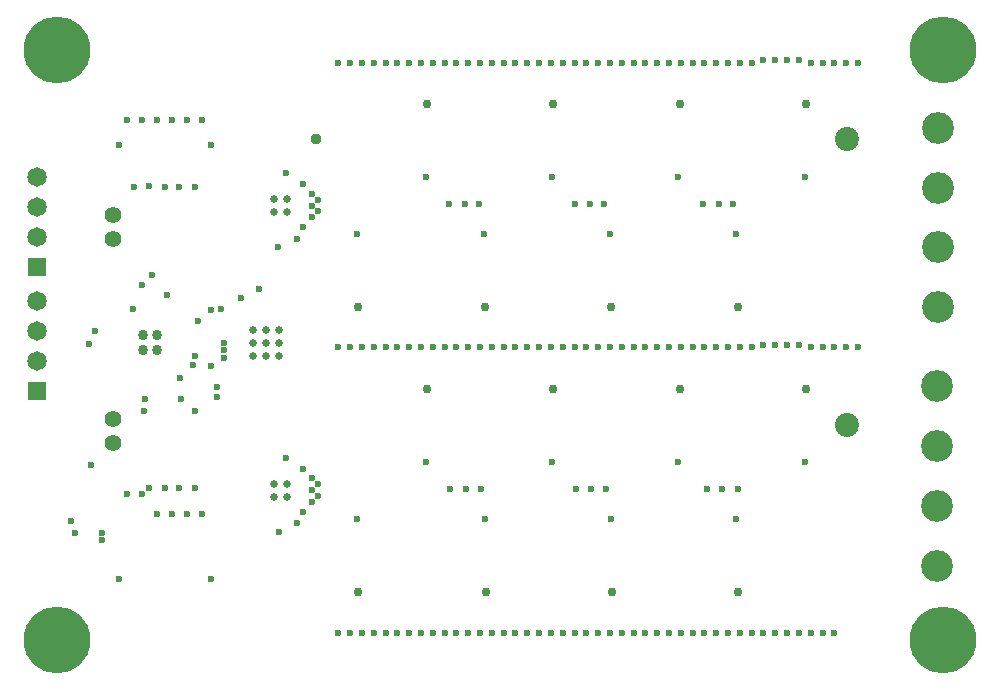
<source format=gbs>
G04*
G04 #@! TF.GenerationSoftware,Altium Limited,Altium Designer,20.0.9 (164)*
G04*
G04 Layer_Color=16711935*
%FSLAX25Y25*%
%MOIN*%
G70*
G01*
G75*
%ADD50C,0.05591*%
%ADD51C,0.10591*%
%ADD52C,0.06496*%
%ADD53R,0.06496X0.06496*%
%ADD54C,0.07991*%
%ADD55C,0.02362*%
%ADD56C,0.22244*%
%ADD57C,0.03740*%
%ADD58C,0.02953*%
%ADD59C,0.02559*%
%ADD60C,0.03398*%
D50*
X368898Y413386D02*
D03*
Y421260D02*
D03*
Y353150D02*
D03*
Y345276D02*
D03*
D51*
X643701Y364094D02*
D03*
Y344094D02*
D03*
Y324410D02*
D03*
Y304410D02*
D03*
X644095Y450315D02*
D03*
Y430315D02*
D03*
Y410630D02*
D03*
Y390630D02*
D03*
D52*
X343701Y433937D02*
D03*
Y423937D02*
D03*
Y413937D02*
D03*
Y392598D02*
D03*
Y382598D02*
D03*
Y372598D02*
D03*
D53*
Y403937D02*
D03*
Y362598D02*
D03*
D54*
X613779Y351181D02*
D03*
Y446457D02*
D03*
D55*
X570866Y424803D02*
D03*
X565748D02*
D03*
X575591D02*
D03*
X486221D02*
D03*
X481102D02*
D03*
X490945D02*
D03*
X532677D02*
D03*
X479528Y281890D02*
D03*
X483465D02*
D03*
X475591D02*
D03*
X471654D02*
D03*
X487402D02*
D03*
X491339D02*
D03*
X499213D02*
D03*
X495276D02*
D03*
X463779D02*
D03*
X467717D02*
D03*
X459842D02*
D03*
X455905D02*
D03*
X444095D02*
D03*
X451968D02*
D03*
X448032D02*
D03*
X554331D02*
D03*
X550394D02*
D03*
X558268D02*
D03*
X546457D02*
D03*
X542520D02*
D03*
X534646D02*
D03*
X538583D02*
D03*
X507087D02*
D03*
X503150D02*
D03*
X511024D02*
D03*
X514961D02*
D03*
X530709D02*
D03*
X526772D02*
D03*
X518898D02*
D03*
X522835D02*
D03*
X609449D02*
D03*
X605512D02*
D03*
X601575D02*
D03*
X593701D02*
D03*
X597638D02*
D03*
X566142D02*
D03*
X562205D02*
D03*
X570079D02*
D03*
X574016D02*
D03*
X589764D02*
D03*
X585827D02*
D03*
X577953D02*
D03*
X581890D02*
D03*
X479528Y472047D02*
D03*
X483465D02*
D03*
X475591D02*
D03*
X471654D02*
D03*
X487402D02*
D03*
X491339D02*
D03*
X499213D02*
D03*
X495276D02*
D03*
X463779D02*
D03*
X467717D02*
D03*
X459842D02*
D03*
X455905D02*
D03*
X444095D02*
D03*
X451968D02*
D03*
X448032D02*
D03*
X554331D02*
D03*
X550394D02*
D03*
X558268D02*
D03*
X546457D02*
D03*
X542520D02*
D03*
X534646D02*
D03*
X538583D02*
D03*
X507087D02*
D03*
X503150D02*
D03*
X511024D02*
D03*
X514961D02*
D03*
X530709D02*
D03*
X526772D02*
D03*
X518898D02*
D03*
X522835D02*
D03*
X613386D02*
D03*
X609449D02*
D03*
X617323D02*
D03*
X605512D02*
D03*
X601575D02*
D03*
X593701Y472835D02*
D03*
X597638D02*
D03*
X566142Y472047D02*
D03*
X562205D02*
D03*
X570079D02*
D03*
X574016D02*
D03*
X589764Y472835D02*
D03*
X585827D02*
D03*
X577953Y472047D02*
D03*
X581890D02*
D03*
Y377165D02*
D03*
X577953D02*
D03*
X585827Y377953D02*
D03*
X589764D02*
D03*
X574016Y377165D02*
D03*
X570079D02*
D03*
X562205D02*
D03*
X566142D02*
D03*
X597638Y377953D02*
D03*
X593701D02*
D03*
X601575Y377165D02*
D03*
X605512D02*
D03*
X617323D02*
D03*
X609449D02*
D03*
X613386D02*
D03*
X522835D02*
D03*
X518898D02*
D03*
X526772D02*
D03*
X530709D02*
D03*
X514961D02*
D03*
X511024D02*
D03*
X503150D02*
D03*
X507087D02*
D03*
X538583D02*
D03*
X534646D02*
D03*
X542520D02*
D03*
X546457D02*
D03*
X558268D02*
D03*
X550394D02*
D03*
X554331D02*
D03*
X448032D02*
D03*
X451968D02*
D03*
X444095D02*
D03*
X455905D02*
D03*
X459842D02*
D03*
X467717D02*
D03*
X463779D02*
D03*
X495276D02*
D03*
X499213D02*
D03*
X491339D02*
D03*
X487402D02*
D03*
X471654D02*
D03*
X475591D02*
D03*
X483465D02*
D03*
X479528D02*
D03*
X522835Y424803D02*
D03*
X527953D02*
D03*
X491732Y329921D02*
D03*
X486614D02*
D03*
X481496D02*
D03*
X533465D02*
D03*
X528346D02*
D03*
X523228D02*
D03*
X566929D02*
D03*
X572047D02*
D03*
X577165D02*
D03*
X396457Y330315D02*
D03*
X391151Y330249D02*
D03*
X386221Y330315D02*
D03*
X381103Y330394D02*
D03*
X376032Y430691D02*
D03*
X381103Y430788D02*
D03*
X386221Y430709D02*
D03*
X391151Y430643D02*
D03*
X396457Y430709D02*
D03*
X379382Y356061D02*
D03*
X379528Y359842D02*
D03*
X391339Y366929D02*
D03*
X391732Y359842D02*
D03*
X396457Y355906D02*
D03*
X365354Y312992D02*
D03*
Y315354D02*
D03*
X395669Y371260D02*
D03*
X401575Y370866D02*
D03*
X405118Y389764D02*
D03*
X397244Y385827D02*
D03*
X375590Y389764D02*
D03*
X396457Y374410D02*
D03*
X387008Y394488D02*
D03*
X378510Y397801D02*
D03*
X381890Y401181D02*
D03*
X373721Y452795D02*
D03*
X378720D02*
D03*
X383720D02*
D03*
X388720D02*
D03*
X393721D02*
D03*
X398721D02*
D03*
X373622Y328327D02*
D03*
X378740D02*
D03*
X383720Y321654D02*
D03*
X388720D02*
D03*
X393721D02*
D03*
X398721Y321654D02*
D03*
X370866Y444488D02*
D03*
X401575D02*
D03*
Y300000D02*
D03*
X370866D02*
D03*
X361024Y378346D02*
D03*
X362992Y382677D02*
D03*
X361811Y337795D02*
D03*
X356299Y315354D02*
D03*
X355118Y319291D02*
D03*
X417717Y396457D02*
D03*
X401777Y389754D02*
D03*
X403543Y360630D02*
D03*
Y363779D02*
D03*
X405930Y376146D02*
D03*
X405905Y373622D02*
D03*
Y378740D02*
D03*
X411811Y393701D02*
D03*
X430315Y318504D02*
D03*
X424409Y315748D02*
D03*
X430315Y413386D02*
D03*
X424016Y410630D02*
D03*
X599606Y433858D02*
D03*
X426673Y435138D02*
D03*
X557480Y433858D02*
D03*
X432185Y431595D02*
D03*
X515354Y433858D02*
D03*
X435433Y428346D02*
D03*
X473228Y433858D02*
D03*
X437402Y426378D02*
D03*
X450394Y414961D02*
D03*
X435433Y424409D02*
D03*
X492520Y414961D02*
D03*
X437402Y422441D02*
D03*
X534646Y414961D02*
D03*
X435433Y420472D02*
D03*
X576772Y414961D02*
D03*
X432185Y417224D02*
D03*
X437402Y327559D02*
D03*
X426673Y340256D02*
D03*
X435433Y333465D02*
D03*
X432185Y336713D02*
D03*
Y322342D02*
D03*
X435433Y325591D02*
D03*
X437402Y331496D02*
D03*
X435433Y329528D02*
D03*
X450394Y320079D02*
D03*
X492913D02*
D03*
X535039Y320079D02*
D03*
X576772D02*
D03*
X599606Y338976D02*
D03*
X557480Y338976D02*
D03*
X515354Y338976D02*
D03*
X473228Y338976D02*
D03*
D56*
X645669Y279528D02*
D03*
X350394Y476378D02*
D03*
X645669D02*
D03*
X350394Y279528D02*
D03*
D57*
X436614Y446457D02*
D03*
D58*
X600000Y458268D02*
D03*
X557874Y458268D02*
D03*
X515748Y458268D02*
D03*
X473622Y458268D02*
D03*
X577165Y390551D02*
D03*
X535039D02*
D03*
X492913D02*
D03*
X450787Y390551D02*
D03*
X600000Y363386D02*
D03*
X557874Y363386D02*
D03*
X515748Y363386D02*
D03*
X473622Y363386D02*
D03*
X450787Y295669D02*
D03*
X493307D02*
D03*
X535433Y295669D02*
D03*
X577165D02*
D03*
D59*
X422539Y426575D02*
D03*
X426870D02*
D03*
X422539Y422244D02*
D03*
X426870D02*
D03*
X415748Y374410D02*
D03*
X415748Y378740D02*
D03*
X415748Y383071D02*
D03*
X420079Y374410D02*
D03*
Y378740D02*
D03*
Y383071D02*
D03*
X424409Y374410D02*
D03*
X424409Y378740D02*
D03*
X424409Y383071D02*
D03*
X422539Y331693D02*
D03*
X426870D02*
D03*
X422539Y327362D02*
D03*
X426870D02*
D03*
D60*
X379035Y381102D02*
D03*
X383760D02*
D03*
X379035Y376378D02*
D03*
X383760D02*
D03*
M02*

</source>
